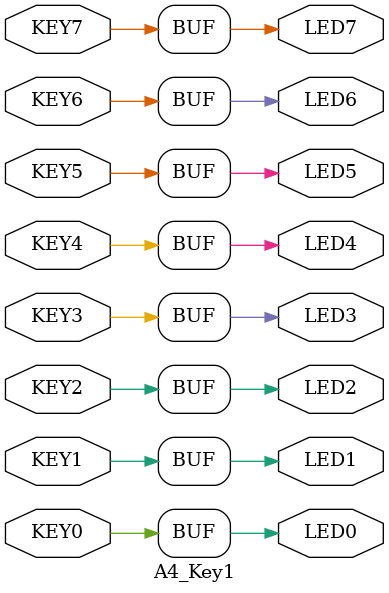
<source format=v>
module A4_Key1				//方法1
(
	//输入端口
	KEY0,KEY1,KEY2,KEY3,KEY4,KEY5,KEY6,KEY7,
	//输出端口
	LED0,LED1,LED2,LED3,LED4,LED5,LED6,LED7
);

//---------------------------------------------------------------------------
//--	外部端口声明
//---------------------------------------------------------------------------
input   KEY0,KEY1,KEY2,KEY3,KEY4,KEY5,KEY6,KEY7;	//对应开发板上的KEY
output  LED0,LED1,LED2,LED3,LED4,LED5,LED6,LED7;	//对应开发板上的LED

//---------------------------------------------------------------------------
//--	逻辑功能实现	
//---------------------------------------------------------------------------	
assign LED0 = KEY0;	//触摸按键1控制D1
assign LED1 = KEY1;	//触摸按键2控制D2
assign LED2 = KEY2;	//触摸按键3控制D3
assign LED3 = KEY3;	//触摸按键4控制D4
assign LED4 = KEY4;	//实体按键1控制D5
assign LED5 = KEY5;	//实体按键2控制D6
assign LED6 = KEY6;	//实体按键3控制D7
assign LED7 = KEY7;	//实体按键4控制D8

endmodule					//模块的结束


//module A4_Mini_Key      	//方法2
//(
//  input  [7:0] KEY,		//输入端口声明
//	 output [7:0] LED    	//输出端口声明
//);
//    
//  assign LED = KEY;  	//8个按键控制8个LED
//    
//endmodule              	//模块的结束
</source>
